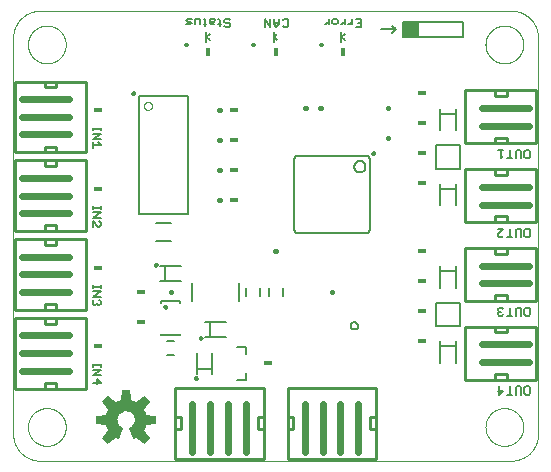
<source format=gto>
G75*
%MOIN*%
%OFA0B0*%
%FSLAX25Y25*%
%IPPOS*%
%LPD*%
%AMOC8*
5,1,8,0,0,1.08239X$1,22.5*
%
%ADD10C,0.00000*%
%ADD11C,0.00500*%
%ADD12C,0.01000*%
%ADD13R,0.02800X0.01600*%
%ADD14C,0.00600*%
%ADD15C,0.01600*%
%ADD16C,0.00800*%
%ADD17R,0.01600X0.02800*%
%ADD18C,0.01200*%
%ADD19C,0.02400*%
%ADD20C,0.00400*%
%ADD21C,0.00300*%
D10*
X0079000Y0097500D02*
X0236000Y0097500D01*
X0236217Y0097503D01*
X0236435Y0097511D01*
X0236652Y0097524D01*
X0236869Y0097542D01*
X0237085Y0097566D01*
X0237300Y0097594D01*
X0237515Y0097628D01*
X0237729Y0097668D01*
X0237942Y0097712D01*
X0238154Y0097762D01*
X0238364Y0097816D01*
X0238574Y0097876D01*
X0238781Y0097940D01*
X0238987Y0098010D01*
X0239191Y0098085D01*
X0239394Y0098164D01*
X0239594Y0098249D01*
X0239793Y0098338D01*
X0239989Y0098432D01*
X0240183Y0098531D01*
X0240374Y0098634D01*
X0240563Y0098742D01*
X0240749Y0098855D01*
X0240932Y0098972D01*
X0241113Y0099093D01*
X0241290Y0099219D01*
X0241464Y0099349D01*
X0241636Y0099483D01*
X0241804Y0099621D01*
X0241968Y0099763D01*
X0242129Y0099910D01*
X0242287Y0100060D01*
X0242440Y0100213D01*
X0242590Y0100371D01*
X0242737Y0100532D01*
X0242879Y0100696D01*
X0243017Y0100864D01*
X0243151Y0101036D01*
X0243281Y0101210D01*
X0243407Y0101387D01*
X0243528Y0101568D01*
X0243645Y0101751D01*
X0243758Y0101937D01*
X0243866Y0102126D01*
X0243969Y0102317D01*
X0244068Y0102511D01*
X0244162Y0102707D01*
X0244251Y0102906D01*
X0244336Y0103106D01*
X0244415Y0103309D01*
X0244490Y0103513D01*
X0244560Y0103719D01*
X0244624Y0103926D01*
X0244684Y0104136D01*
X0244738Y0104346D01*
X0244788Y0104558D01*
X0244832Y0104771D01*
X0244872Y0104985D01*
X0244906Y0105200D01*
X0244934Y0105415D01*
X0244958Y0105631D01*
X0244976Y0105848D01*
X0244989Y0106065D01*
X0244997Y0106283D01*
X0245000Y0106500D01*
X0245000Y0238500D01*
X0244997Y0238717D01*
X0244989Y0238935D01*
X0244976Y0239152D01*
X0244958Y0239369D01*
X0244934Y0239585D01*
X0244906Y0239800D01*
X0244872Y0240015D01*
X0244832Y0240229D01*
X0244788Y0240442D01*
X0244738Y0240654D01*
X0244684Y0240864D01*
X0244624Y0241074D01*
X0244560Y0241281D01*
X0244490Y0241487D01*
X0244415Y0241691D01*
X0244336Y0241894D01*
X0244251Y0242094D01*
X0244162Y0242293D01*
X0244068Y0242489D01*
X0243969Y0242683D01*
X0243866Y0242874D01*
X0243758Y0243063D01*
X0243645Y0243249D01*
X0243528Y0243432D01*
X0243407Y0243613D01*
X0243281Y0243790D01*
X0243151Y0243964D01*
X0243017Y0244136D01*
X0242879Y0244304D01*
X0242737Y0244468D01*
X0242590Y0244629D01*
X0242440Y0244787D01*
X0242287Y0244940D01*
X0242129Y0245090D01*
X0241968Y0245237D01*
X0241804Y0245379D01*
X0241636Y0245517D01*
X0241464Y0245651D01*
X0241290Y0245781D01*
X0241113Y0245907D01*
X0240932Y0246028D01*
X0240749Y0246145D01*
X0240563Y0246258D01*
X0240374Y0246366D01*
X0240183Y0246469D01*
X0239989Y0246568D01*
X0239793Y0246662D01*
X0239594Y0246751D01*
X0239394Y0246836D01*
X0239191Y0246915D01*
X0238987Y0246990D01*
X0238781Y0247060D01*
X0238574Y0247124D01*
X0238364Y0247184D01*
X0238154Y0247238D01*
X0237942Y0247288D01*
X0237729Y0247332D01*
X0237515Y0247372D01*
X0237300Y0247406D01*
X0237085Y0247434D01*
X0236869Y0247458D01*
X0236652Y0247476D01*
X0236435Y0247489D01*
X0236217Y0247497D01*
X0236000Y0247500D01*
X0079000Y0247500D01*
X0078783Y0247497D01*
X0078565Y0247489D01*
X0078348Y0247476D01*
X0078131Y0247458D01*
X0077915Y0247434D01*
X0077700Y0247406D01*
X0077485Y0247372D01*
X0077271Y0247332D01*
X0077058Y0247288D01*
X0076846Y0247238D01*
X0076636Y0247184D01*
X0076426Y0247124D01*
X0076219Y0247060D01*
X0076013Y0246990D01*
X0075809Y0246915D01*
X0075606Y0246836D01*
X0075406Y0246751D01*
X0075207Y0246662D01*
X0075011Y0246568D01*
X0074817Y0246469D01*
X0074626Y0246366D01*
X0074437Y0246258D01*
X0074251Y0246145D01*
X0074068Y0246028D01*
X0073887Y0245907D01*
X0073710Y0245781D01*
X0073536Y0245651D01*
X0073364Y0245517D01*
X0073196Y0245379D01*
X0073032Y0245237D01*
X0072871Y0245090D01*
X0072713Y0244940D01*
X0072560Y0244787D01*
X0072410Y0244629D01*
X0072263Y0244468D01*
X0072121Y0244304D01*
X0071983Y0244136D01*
X0071849Y0243964D01*
X0071719Y0243790D01*
X0071593Y0243613D01*
X0071472Y0243432D01*
X0071355Y0243249D01*
X0071242Y0243063D01*
X0071134Y0242874D01*
X0071031Y0242683D01*
X0070932Y0242489D01*
X0070838Y0242293D01*
X0070749Y0242094D01*
X0070664Y0241894D01*
X0070585Y0241691D01*
X0070510Y0241487D01*
X0070440Y0241281D01*
X0070376Y0241074D01*
X0070316Y0240864D01*
X0070262Y0240654D01*
X0070212Y0240442D01*
X0070168Y0240229D01*
X0070128Y0240015D01*
X0070094Y0239800D01*
X0070066Y0239585D01*
X0070042Y0239369D01*
X0070024Y0239152D01*
X0070011Y0238935D01*
X0070003Y0238717D01*
X0070000Y0238500D01*
X0070000Y0106500D01*
X0070003Y0106283D01*
X0070011Y0106065D01*
X0070024Y0105848D01*
X0070042Y0105631D01*
X0070066Y0105415D01*
X0070094Y0105200D01*
X0070128Y0104985D01*
X0070168Y0104771D01*
X0070212Y0104558D01*
X0070262Y0104346D01*
X0070316Y0104136D01*
X0070376Y0103926D01*
X0070440Y0103719D01*
X0070510Y0103513D01*
X0070585Y0103309D01*
X0070664Y0103106D01*
X0070749Y0102906D01*
X0070838Y0102707D01*
X0070932Y0102511D01*
X0071031Y0102317D01*
X0071134Y0102126D01*
X0071242Y0101937D01*
X0071355Y0101751D01*
X0071472Y0101568D01*
X0071593Y0101387D01*
X0071719Y0101210D01*
X0071849Y0101036D01*
X0071983Y0100864D01*
X0072121Y0100696D01*
X0072263Y0100532D01*
X0072410Y0100371D01*
X0072560Y0100213D01*
X0072713Y0100060D01*
X0072871Y0099910D01*
X0073032Y0099763D01*
X0073196Y0099621D01*
X0073364Y0099483D01*
X0073536Y0099349D01*
X0073710Y0099219D01*
X0073887Y0099093D01*
X0074068Y0098972D01*
X0074251Y0098855D01*
X0074437Y0098742D01*
X0074626Y0098634D01*
X0074817Y0098531D01*
X0075011Y0098432D01*
X0075207Y0098338D01*
X0075406Y0098249D01*
X0075606Y0098164D01*
X0075809Y0098085D01*
X0076013Y0098010D01*
X0076219Y0097940D01*
X0076426Y0097876D01*
X0076636Y0097816D01*
X0076846Y0097762D01*
X0077058Y0097712D01*
X0077271Y0097668D01*
X0077485Y0097628D01*
X0077700Y0097594D01*
X0077915Y0097566D01*
X0078131Y0097542D01*
X0078348Y0097524D01*
X0078565Y0097511D01*
X0078783Y0097503D01*
X0079000Y0097500D01*
X0074951Y0108750D02*
X0074953Y0108908D01*
X0074959Y0109066D01*
X0074969Y0109224D01*
X0074983Y0109382D01*
X0075001Y0109539D01*
X0075022Y0109696D01*
X0075048Y0109852D01*
X0075078Y0110008D01*
X0075111Y0110163D01*
X0075149Y0110316D01*
X0075190Y0110469D01*
X0075235Y0110621D01*
X0075284Y0110772D01*
X0075337Y0110921D01*
X0075393Y0111069D01*
X0075453Y0111215D01*
X0075517Y0111360D01*
X0075585Y0111503D01*
X0075656Y0111645D01*
X0075730Y0111785D01*
X0075808Y0111922D01*
X0075890Y0112058D01*
X0075974Y0112192D01*
X0076063Y0112323D01*
X0076154Y0112452D01*
X0076249Y0112579D01*
X0076346Y0112704D01*
X0076447Y0112826D01*
X0076551Y0112945D01*
X0076658Y0113062D01*
X0076768Y0113176D01*
X0076881Y0113287D01*
X0076996Y0113396D01*
X0077114Y0113501D01*
X0077235Y0113603D01*
X0077358Y0113703D01*
X0077484Y0113799D01*
X0077612Y0113892D01*
X0077742Y0113982D01*
X0077875Y0114068D01*
X0078010Y0114152D01*
X0078146Y0114231D01*
X0078285Y0114308D01*
X0078426Y0114380D01*
X0078568Y0114450D01*
X0078712Y0114515D01*
X0078858Y0114577D01*
X0079005Y0114635D01*
X0079154Y0114690D01*
X0079304Y0114741D01*
X0079455Y0114788D01*
X0079607Y0114831D01*
X0079760Y0114870D01*
X0079915Y0114906D01*
X0080070Y0114937D01*
X0080226Y0114965D01*
X0080382Y0114989D01*
X0080539Y0115009D01*
X0080697Y0115025D01*
X0080854Y0115037D01*
X0081013Y0115045D01*
X0081171Y0115049D01*
X0081329Y0115049D01*
X0081487Y0115045D01*
X0081646Y0115037D01*
X0081803Y0115025D01*
X0081961Y0115009D01*
X0082118Y0114989D01*
X0082274Y0114965D01*
X0082430Y0114937D01*
X0082585Y0114906D01*
X0082740Y0114870D01*
X0082893Y0114831D01*
X0083045Y0114788D01*
X0083196Y0114741D01*
X0083346Y0114690D01*
X0083495Y0114635D01*
X0083642Y0114577D01*
X0083788Y0114515D01*
X0083932Y0114450D01*
X0084074Y0114380D01*
X0084215Y0114308D01*
X0084354Y0114231D01*
X0084490Y0114152D01*
X0084625Y0114068D01*
X0084758Y0113982D01*
X0084888Y0113892D01*
X0085016Y0113799D01*
X0085142Y0113703D01*
X0085265Y0113603D01*
X0085386Y0113501D01*
X0085504Y0113396D01*
X0085619Y0113287D01*
X0085732Y0113176D01*
X0085842Y0113062D01*
X0085949Y0112945D01*
X0086053Y0112826D01*
X0086154Y0112704D01*
X0086251Y0112579D01*
X0086346Y0112452D01*
X0086437Y0112323D01*
X0086526Y0112192D01*
X0086610Y0112058D01*
X0086692Y0111922D01*
X0086770Y0111785D01*
X0086844Y0111645D01*
X0086915Y0111503D01*
X0086983Y0111360D01*
X0087047Y0111215D01*
X0087107Y0111069D01*
X0087163Y0110921D01*
X0087216Y0110772D01*
X0087265Y0110621D01*
X0087310Y0110469D01*
X0087351Y0110316D01*
X0087389Y0110163D01*
X0087422Y0110008D01*
X0087452Y0109852D01*
X0087478Y0109696D01*
X0087499Y0109539D01*
X0087517Y0109382D01*
X0087531Y0109224D01*
X0087541Y0109066D01*
X0087547Y0108908D01*
X0087549Y0108750D01*
X0087547Y0108592D01*
X0087541Y0108434D01*
X0087531Y0108276D01*
X0087517Y0108118D01*
X0087499Y0107961D01*
X0087478Y0107804D01*
X0087452Y0107648D01*
X0087422Y0107492D01*
X0087389Y0107337D01*
X0087351Y0107184D01*
X0087310Y0107031D01*
X0087265Y0106879D01*
X0087216Y0106728D01*
X0087163Y0106579D01*
X0087107Y0106431D01*
X0087047Y0106285D01*
X0086983Y0106140D01*
X0086915Y0105997D01*
X0086844Y0105855D01*
X0086770Y0105715D01*
X0086692Y0105578D01*
X0086610Y0105442D01*
X0086526Y0105308D01*
X0086437Y0105177D01*
X0086346Y0105048D01*
X0086251Y0104921D01*
X0086154Y0104796D01*
X0086053Y0104674D01*
X0085949Y0104555D01*
X0085842Y0104438D01*
X0085732Y0104324D01*
X0085619Y0104213D01*
X0085504Y0104104D01*
X0085386Y0103999D01*
X0085265Y0103897D01*
X0085142Y0103797D01*
X0085016Y0103701D01*
X0084888Y0103608D01*
X0084758Y0103518D01*
X0084625Y0103432D01*
X0084490Y0103348D01*
X0084354Y0103269D01*
X0084215Y0103192D01*
X0084074Y0103120D01*
X0083932Y0103050D01*
X0083788Y0102985D01*
X0083642Y0102923D01*
X0083495Y0102865D01*
X0083346Y0102810D01*
X0083196Y0102759D01*
X0083045Y0102712D01*
X0082893Y0102669D01*
X0082740Y0102630D01*
X0082585Y0102594D01*
X0082430Y0102563D01*
X0082274Y0102535D01*
X0082118Y0102511D01*
X0081961Y0102491D01*
X0081803Y0102475D01*
X0081646Y0102463D01*
X0081487Y0102455D01*
X0081329Y0102451D01*
X0081171Y0102451D01*
X0081013Y0102455D01*
X0080854Y0102463D01*
X0080697Y0102475D01*
X0080539Y0102491D01*
X0080382Y0102511D01*
X0080226Y0102535D01*
X0080070Y0102563D01*
X0079915Y0102594D01*
X0079760Y0102630D01*
X0079607Y0102669D01*
X0079455Y0102712D01*
X0079304Y0102759D01*
X0079154Y0102810D01*
X0079005Y0102865D01*
X0078858Y0102923D01*
X0078712Y0102985D01*
X0078568Y0103050D01*
X0078426Y0103120D01*
X0078285Y0103192D01*
X0078146Y0103269D01*
X0078010Y0103348D01*
X0077875Y0103432D01*
X0077742Y0103518D01*
X0077612Y0103608D01*
X0077484Y0103701D01*
X0077358Y0103797D01*
X0077235Y0103897D01*
X0077114Y0103999D01*
X0076996Y0104104D01*
X0076881Y0104213D01*
X0076768Y0104324D01*
X0076658Y0104438D01*
X0076551Y0104555D01*
X0076447Y0104674D01*
X0076346Y0104796D01*
X0076249Y0104921D01*
X0076154Y0105048D01*
X0076063Y0105177D01*
X0075974Y0105308D01*
X0075890Y0105442D01*
X0075808Y0105578D01*
X0075730Y0105715D01*
X0075656Y0105855D01*
X0075585Y0105997D01*
X0075517Y0106140D01*
X0075453Y0106285D01*
X0075393Y0106431D01*
X0075337Y0106579D01*
X0075284Y0106728D01*
X0075235Y0106879D01*
X0075190Y0107031D01*
X0075149Y0107184D01*
X0075111Y0107337D01*
X0075078Y0107492D01*
X0075048Y0107648D01*
X0075022Y0107804D01*
X0075001Y0107961D01*
X0074983Y0108118D01*
X0074969Y0108276D01*
X0074959Y0108434D01*
X0074953Y0108592D01*
X0074951Y0108750D01*
X0074951Y0236250D02*
X0074953Y0236408D01*
X0074959Y0236566D01*
X0074969Y0236724D01*
X0074983Y0236882D01*
X0075001Y0237039D01*
X0075022Y0237196D01*
X0075048Y0237352D01*
X0075078Y0237508D01*
X0075111Y0237663D01*
X0075149Y0237816D01*
X0075190Y0237969D01*
X0075235Y0238121D01*
X0075284Y0238272D01*
X0075337Y0238421D01*
X0075393Y0238569D01*
X0075453Y0238715D01*
X0075517Y0238860D01*
X0075585Y0239003D01*
X0075656Y0239145D01*
X0075730Y0239285D01*
X0075808Y0239422D01*
X0075890Y0239558D01*
X0075974Y0239692D01*
X0076063Y0239823D01*
X0076154Y0239952D01*
X0076249Y0240079D01*
X0076346Y0240204D01*
X0076447Y0240326D01*
X0076551Y0240445D01*
X0076658Y0240562D01*
X0076768Y0240676D01*
X0076881Y0240787D01*
X0076996Y0240896D01*
X0077114Y0241001D01*
X0077235Y0241103D01*
X0077358Y0241203D01*
X0077484Y0241299D01*
X0077612Y0241392D01*
X0077742Y0241482D01*
X0077875Y0241568D01*
X0078010Y0241652D01*
X0078146Y0241731D01*
X0078285Y0241808D01*
X0078426Y0241880D01*
X0078568Y0241950D01*
X0078712Y0242015D01*
X0078858Y0242077D01*
X0079005Y0242135D01*
X0079154Y0242190D01*
X0079304Y0242241D01*
X0079455Y0242288D01*
X0079607Y0242331D01*
X0079760Y0242370D01*
X0079915Y0242406D01*
X0080070Y0242437D01*
X0080226Y0242465D01*
X0080382Y0242489D01*
X0080539Y0242509D01*
X0080697Y0242525D01*
X0080854Y0242537D01*
X0081013Y0242545D01*
X0081171Y0242549D01*
X0081329Y0242549D01*
X0081487Y0242545D01*
X0081646Y0242537D01*
X0081803Y0242525D01*
X0081961Y0242509D01*
X0082118Y0242489D01*
X0082274Y0242465D01*
X0082430Y0242437D01*
X0082585Y0242406D01*
X0082740Y0242370D01*
X0082893Y0242331D01*
X0083045Y0242288D01*
X0083196Y0242241D01*
X0083346Y0242190D01*
X0083495Y0242135D01*
X0083642Y0242077D01*
X0083788Y0242015D01*
X0083932Y0241950D01*
X0084074Y0241880D01*
X0084215Y0241808D01*
X0084354Y0241731D01*
X0084490Y0241652D01*
X0084625Y0241568D01*
X0084758Y0241482D01*
X0084888Y0241392D01*
X0085016Y0241299D01*
X0085142Y0241203D01*
X0085265Y0241103D01*
X0085386Y0241001D01*
X0085504Y0240896D01*
X0085619Y0240787D01*
X0085732Y0240676D01*
X0085842Y0240562D01*
X0085949Y0240445D01*
X0086053Y0240326D01*
X0086154Y0240204D01*
X0086251Y0240079D01*
X0086346Y0239952D01*
X0086437Y0239823D01*
X0086526Y0239692D01*
X0086610Y0239558D01*
X0086692Y0239422D01*
X0086770Y0239285D01*
X0086844Y0239145D01*
X0086915Y0239003D01*
X0086983Y0238860D01*
X0087047Y0238715D01*
X0087107Y0238569D01*
X0087163Y0238421D01*
X0087216Y0238272D01*
X0087265Y0238121D01*
X0087310Y0237969D01*
X0087351Y0237816D01*
X0087389Y0237663D01*
X0087422Y0237508D01*
X0087452Y0237352D01*
X0087478Y0237196D01*
X0087499Y0237039D01*
X0087517Y0236882D01*
X0087531Y0236724D01*
X0087541Y0236566D01*
X0087547Y0236408D01*
X0087549Y0236250D01*
X0087547Y0236092D01*
X0087541Y0235934D01*
X0087531Y0235776D01*
X0087517Y0235618D01*
X0087499Y0235461D01*
X0087478Y0235304D01*
X0087452Y0235148D01*
X0087422Y0234992D01*
X0087389Y0234837D01*
X0087351Y0234684D01*
X0087310Y0234531D01*
X0087265Y0234379D01*
X0087216Y0234228D01*
X0087163Y0234079D01*
X0087107Y0233931D01*
X0087047Y0233785D01*
X0086983Y0233640D01*
X0086915Y0233497D01*
X0086844Y0233355D01*
X0086770Y0233215D01*
X0086692Y0233078D01*
X0086610Y0232942D01*
X0086526Y0232808D01*
X0086437Y0232677D01*
X0086346Y0232548D01*
X0086251Y0232421D01*
X0086154Y0232296D01*
X0086053Y0232174D01*
X0085949Y0232055D01*
X0085842Y0231938D01*
X0085732Y0231824D01*
X0085619Y0231713D01*
X0085504Y0231604D01*
X0085386Y0231499D01*
X0085265Y0231397D01*
X0085142Y0231297D01*
X0085016Y0231201D01*
X0084888Y0231108D01*
X0084758Y0231018D01*
X0084625Y0230932D01*
X0084490Y0230848D01*
X0084354Y0230769D01*
X0084215Y0230692D01*
X0084074Y0230620D01*
X0083932Y0230550D01*
X0083788Y0230485D01*
X0083642Y0230423D01*
X0083495Y0230365D01*
X0083346Y0230310D01*
X0083196Y0230259D01*
X0083045Y0230212D01*
X0082893Y0230169D01*
X0082740Y0230130D01*
X0082585Y0230094D01*
X0082430Y0230063D01*
X0082274Y0230035D01*
X0082118Y0230011D01*
X0081961Y0229991D01*
X0081803Y0229975D01*
X0081646Y0229963D01*
X0081487Y0229955D01*
X0081329Y0229951D01*
X0081171Y0229951D01*
X0081013Y0229955D01*
X0080854Y0229963D01*
X0080697Y0229975D01*
X0080539Y0229991D01*
X0080382Y0230011D01*
X0080226Y0230035D01*
X0080070Y0230063D01*
X0079915Y0230094D01*
X0079760Y0230130D01*
X0079607Y0230169D01*
X0079455Y0230212D01*
X0079304Y0230259D01*
X0079154Y0230310D01*
X0079005Y0230365D01*
X0078858Y0230423D01*
X0078712Y0230485D01*
X0078568Y0230550D01*
X0078426Y0230620D01*
X0078285Y0230692D01*
X0078146Y0230769D01*
X0078010Y0230848D01*
X0077875Y0230932D01*
X0077742Y0231018D01*
X0077612Y0231108D01*
X0077484Y0231201D01*
X0077358Y0231297D01*
X0077235Y0231397D01*
X0077114Y0231499D01*
X0076996Y0231604D01*
X0076881Y0231713D01*
X0076768Y0231824D01*
X0076658Y0231938D01*
X0076551Y0232055D01*
X0076447Y0232174D01*
X0076346Y0232296D01*
X0076249Y0232421D01*
X0076154Y0232548D01*
X0076063Y0232677D01*
X0075974Y0232808D01*
X0075890Y0232942D01*
X0075808Y0233078D01*
X0075730Y0233215D01*
X0075656Y0233355D01*
X0075585Y0233497D01*
X0075517Y0233640D01*
X0075453Y0233785D01*
X0075393Y0233931D01*
X0075337Y0234079D01*
X0075284Y0234228D01*
X0075235Y0234379D01*
X0075190Y0234531D01*
X0075149Y0234684D01*
X0075111Y0234837D01*
X0075078Y0234992D01*
X0075048Y0235148D01*
X0075022Y0235304D01*
X0075001Y0235461D01*
X0074983Y0235618D01*
X0074969Y0235776D01*
X0074959Y0235934D01*
X0074953Y0236092D01*
X0074951Y0236250D01*
X0227451Y0236250D02*
X0227453Y0236408D01*
X0227459Y0236566D01*
X0227469Y0236724D01*
X0227483Y0236882D01*
X0227501Y0237039D01*
X0227522Y0237196D01*
X0227548Y0237352D01*
X0227578Y0237508D01*
X0227611Y0237663D01*
X0227649Y0237816D01*
X0227690Y0237969D01*
X0227735Y0238121D01*
X0227784Y0238272D01*
X0227837Y0238421D01*
X0227893Y0238569D01*
X0227953Y0238715D01*
X0228017Y0238860D01*
X0228085Y0239003D01*
X0228156Y0239145D01*
X0228230Y0239285D01*
X0228308Y0239422D01*
X0228390Y0239558D01*
X0228474Y0239692D01*
X0228563Y0239823D01*
X0228654Y0239952D01*
X0228749Y0240079D01*
X0228846Y0240204D01*
X0228947Y0240326D01*
X0229051Y0240445D01*
X0229158Y0240562D01*
X0229268Y0240676D01*
X0229381Y0240787D01*
X0229496Y0240896D01*
X0229614Y0241001D01*
X0229735Y0241103D01*
X0229858Y0241203D01*
X0229984Y0241299D01*
X0230112Y0241392D01*
X0230242Y0241482D01*
X0230375Y0241568D01*
X0230510Y0241652D01*
X0230646Y0241731D01*
X0230785Y0241808D01*
X0230926Y0241880D01*
X0231068Y0241950D01*
X0231212Y0242015D01*
X0231358Y0242077D01*
X0231505Y0242135D01*
X0231654Y0242190D01*
X0231804Y0242241D01*
X0231955Y0242288D01*
X0232107Y0242331D01*
X0232260Y0242370D01*
X0232415Y0242406D01*
X0232570Y0242437D01*
X0232726Y0242465D01*
X0232882Y0242489D01*
X0233039Y0242509D01*
X0233197Y0242525D01*
X0233354Y0242537D01*
X0233513Y0242545D01*
X0233671Y0242549D01*
X0233829Y0242549D01*
X0233987Y0242545D01*
X0234146Y0242537D01*
X0234303Y0242525D01*
X0234461Y0242509D01*
X0234618Y0242489D01*
X0234774Y0242465D01*
X0234930Y0242437D01*
X0235085Y0242406D01*
X0235240Y0242370D01*
X0235393Y0242331D01*
X0235545Y0242288D01*
X0235696Y0242241D01*
X0235846Y0242190D01*
X0235995Y0242135D01*
X0236142Y0242077D01*
X0236288Y0242015D01*
X0236432Y0241950D01*
X0236574Y0241880D01*
X0236715Y0241808D01*
X0236854Y0241731D01*
X0236990Y0241652D01*
X0237125Y0241568D01*
X0237258Y0241482D01*
X0237388Y0241392D01*
X0237516Y0241299D01*
X0237642Y0241203D01*
X0237765Y0241103D01*
X0237886Y0241001D01*
X0238004Y0240896D01*
X0238119Y0240787D01*
X0238232Y0240676D01*
X0238342Y0240562D01*
X0238449Y0240445D01*
X0238553Y0240326D01*
X0238654Y0240204D01*
X0238751Y0240079D01*
X0238846Y0239952D01*
X0238937Y0239823D01*
X0239026Y0239692D01*
X0239110Y0239558D01*
X0239192Y0239422D01*
X0239270Y0239285D01*
X0239344Y0239145D01*
X0239415Y0239003D01*
X0239483Y0238860D01*
X0239547Y0238715D01*
X0239607Y0238569D01*
X0239663Y0238421D01*
X0239716Y0238272D01*
X0239765Y0238121D01*
X0239810Y0237969D01*
X0239851Y0237816D01*
X0239889Y0237663D01*
X0239922Y0237508D01*
X0239952Y0237352D01*
X0239978Y0237196D01*
X0239999Y0237039D01*
X0240017Y0236882D01*
X0240031Y0236724D01*
X0240041Y0236566D01*
X0240047Y0236408D01*
X0240049Y0236250D01*
X0240047Y0236092D01*
X0240041Y0235934D01*
X0240031Y0235776D01*
X0240017Y0235618D01*
X0239999Y0235461D01*
X0239978Y0235304D01*
X0239952Y0235148D01*
X0239922Y0234992D01*
X0239889Y0234837D01*
X0239851Y0234684D01*
X0239810Y0234531D01*
X0239765Y0234379D01*
X0239716Y0234228D01*
X0239663Y0234079D01*
X0239607Y0233931D01*
X0239547Y0233785D01*
X0239483Y0233640D01*
X0239415Y0233497D01*
X0239344Y0233355D01*
X0239270Y0233215D01*
X0239192Y0233078D01*
X0239110Y0232942D01*
X0239026Y0232808D01*
X0238937Y0232677D01*
X0238846Y0232548D01*
X0238751Y0232421D01*
X0238654Y0232296D01*
X0238553Y0232174D01*
X0238449Y0232055D01*
X0238342Y0231938D01*
X0238232Y0231824D01*
X0238119Y0231713D01*
X0238004Y0231604D01*
X0237886Y0231499D01*
X0237765Y0231397D01*
X0237642Y0231297D01*
X0237516Y0231201D01*
X0237388Y0231108D01*
X0237258Y0231018D01*
X0237125Y0230932D01*
X0236990Y0230848D01*
X0236854Y0230769D01*
X0236715Y0230692D01*
X0236574Y0230620D01*
X0236432Y0230550D01*
X0236288Y0230485D01*
X0236142Y0230423D01*
X0235995Y0230365D01*
X0235846Y0230310D01*
X0235696Y0230259D01*
X0235545Y0230212D01*
X0235393Y0230169D01*
X0235240Y0230130D01*
X0235085Y0230094D01*
X0234930Y0230063D01*
X0234774Y0230035D01*
X0234618Y0230011D01*
X0234461Y0229991D01*
X0234303Y0229975D01*
X0234146Y0229963D01*
X0233987Y0229955D01*
X0233829Y0229951D01*
X0233671Y0229951D01*
X0233513Y0229955D01*
X0233354Y0229963D01*
X0233197Y0229975D01*
X0233039Y0229991D01*
X0232882Y0230011D01*
X0232726Y0230035D01*
X0232570Y0230063D01*
X0232415Y0230094D01*
X0232260Y0230130D01*
X0232107Y0230169D01*
X0231955Y0230212D01*
X0231804Y0230259D01*
X0231654Y0230310D01*
X0231505Y0230365D01*
X0231358Y0230423D01*
X0231212Y0230485D01*
X0231068Y0230550D01*
X0230926Y0230620D01*
X0230785Y0230692D01*
X0230646Y0230769D01*
X0230510Y0230848D01*
X0230375Y0230932D01*
X0230242Y0231018D01*
X0230112Y0231108D01*
X0229984Y0231201D01*
X0229858Y0231297D01*
X0229735Y0231397D01*
X0229614Y0231499D01*
X0229496Y0231604D01*
X0229381Y0231713D01*
X0229268Y0231824D01*
X0229158Y0231938D01*
X0229051Y0232055D01*
X0228947Y0232174D01*
X0228846Y0232296D01*
X0228749Y0232421D01*
X0228654Y0232548D01*
X0228563Y0232677D01*
X0228474Y0232808D01*
X0228390Y0232942D01*
X0228308Y0233078D01*
X0228230Y0233215D01*
X0228156Y0233355D01*
X0228085Y0233497D01*
X0228017Y0233640D01*
X0227953Y0233785D01*
X0227893Y0233931D01*
X0227837Y0234079D01*
X0227784Y0234228D01*
X0227735Y0234379D01*
X0227690Y0234531D01*
X0227649Y0234684D01*
X0227611Y0234837D01*
X0227578Y0234992D01*
X0227548Y0235148D01*
X0227522Y0235304D01*
X0227501Y0235461D01*
X0227483Y0235618D01*
X0227469Y0235776D01*
X0227459Y0235934D01*
X0227453Y0236092D01*
X0227451Y0236250D01*
X0227451Y0108750D02*
X0227453Y0108908D01*
X0227459Y0109066D01*
X0227469Y0109224D01*
X0227483Y0109382D01*
X0227501Y0109539D01*
X0227522Y0109696D01*
X0227548Y0109852D01*
X0227578Y0110008D01*
X0227611Y0110163D01*
X0227649Y0110316D01*
X0227690Y0110469D01*
X0227735Y0110621D01*
X0227784Y0110772D01*
X0227837Y0110921D01*
X0227893Y0111069D01*
X0227953Y0111215D01*
X0228017Y0111360D01*
X0228085Y0111503D01*
X0228156Y0111645D01*
X0228230Y0111785D01*
X0228308Y0111922D01*
X0228390Y0112058D01*
X0228474Y0112192D01*
X0228563Y0112323D01*
X0228654Y0112452D01*
X0228749Y0112579D01*
X0228846Y0112704D01*
X0228947Y0112826D01*
X0229051Y0112945D01*
X0229158Y0113062D01*
X0229268Y0113176D01*
X0229381Y0113287D01*
X0229496Y0113396D01*
X0229614Y0113501D01*
X0229735Y0113603D01*
X0229858Y0113703D01*
X0229984Y0113799D01*
X0230112Y0113892D01*
X0230242Y0113982D01*
X0230375Y0114068D01*
X0230510Y0114152D01*
X0230646Y0114231D01*
X0230785Y0114308D01*
X0230926Y0114380D01*
X0231068Y0114450D01*
X0231212Y0114515D01*
X0231358Y0114577D01*
X0231505Y0114635D01*
X0231654Y0114690D01*
X0231804Y0114741D01*
X0231955Y0114788D01*
X0232107Y0114831D01*
X0232260Y0114870D01*
X0232415Y0114906D01*
X0232570Y0114937D01*
X0232726Y0114965D01*
X0232882Y0114989D01*
X0233039Y0115009D01*
X0233197Y0115025D01*
X0233354Y0115037D01*
X0233513Y0115045D01*
X0233671Y0115049D01*
X0233829Y0115049D01*
X0233987Y0115045D01*
X0234146Y0115037D01*
X0234303Y0115025D01*
X0234461Y0115009D01*
X0234618Y0114989D01*
X0234774Y0114965D01*
X0234930Y0114937D01*
X0235085Y0114906D01*
X0235240Y0114870D01*
X0235393Y0114831D01*
X0235545Y0114788D01*
X0235696Y0114741D01*
X0235846Y0114690D01*
X0235995Y0114635D01*
X0236142Y0114577D01*
X0236288Y0114515D01*
X0236432Y0114450D01*
X0236574Y0114380D01*
X0236715Y0114308D01*
X0236854Y0114231D01*
X0236990Y0114152D01*
X0237125Y0114068D01*
X0237258Y0113982D01*
X0237388Y0113892D01*
X0237516Y0113799D01*
X0237642Y0113703D01*
X0237765Y0113603D01*
X0237886Y0113501D01*
X0238004Y0113396D01*
X0238119Y0113287D01*
X0238232Y0113176D01*
X0238342Y0113062D01*
X0238449Y0112945D01*
X0238553Y0112826D01*
X0238654Y0112704D01*
X0238751Y0112579D01*
X0238846Y0112452D01*
X0238937Y0112323D01*
X0239026Y0112192D01*
X0239110Y0112058D01*
X0239192Y0111922D01*
X0239270Y0111785D01*
X0239344Y0111645D01*
X0239415Y0111503D01*
X0239483Y0111360D01*
X0239547Y0111215D01*
X0239607Y0111069D01*
X0239663Y0110921D01*
X0239716Y0110772D01*
X0239765Y0110621D01*
X0239810Y0110469D01*
X0239851Y0110316D01*
X0239889Y0110163D01*
X0239922Y0110008D01*
X0239952Y0109852D01*
X0239978Y0109696D01*
X0239999Y0109539D01*
X0240017Y0109382D01*
X0240031Y0109224D01*
X0240041Y0109066D01*
X0240047Y0108908D01*
X0240049Y0108750D01*
X0240047Y0108592D01*
X0240041Y0108434D01*
X0240031Y0108276D01*
X0240017Y0108118D01*
X0239999Y0107961D01*
X0239978Y0107804D01*
X0239952Y0107648D01*
X0239922Y0107492D01*
X0239889Y0107337D01*
X0239851Y0107184D01*
X0239810Y0107031D01*
X0239765Y0106879D01*
X0239716Y0106728D01*
X0239663Y0106579D01*
X0239607Y0106431D01*
X0239547Y0106285D01*
X0239483Y0106140D01*
X0239415Y0105997D01*
X0239344Y0105855D01*
X0239270Y0105715D01*
X0239192Y0105578D01*
X0239110Y0105442D01*
X0239026Y0105308D01*
X0238937Y0105177D01*
X0238846Y0105048D01*
X0238751Y0104921D01*
X0238654Y0104796D01*
X0238553Y0104674D01*
X0238449Y0104555D01*
X0238342Y0104438D01*
X0238232Y0104324D01*
X0238119Y0104213D01*
X0238004Y0104104D01*
X0237886Y0103999D01*
X0237765Y0103897D01*
X0237642Y0103797D01*
X0237516Y0103701D01*
X0237388Y0103608D01*
X0237258Y0103518D01*
X0237125Y0103432D01*
X0236990Y0103348D01*
X0236854Y0103269D01*
X0236715Y0103192D01*
X0236574Y0103120D01*
X0236432Y0103050D01*
X0236288Y0102985D01*
X0236142Y0102923D01*
X0235995Y0102865D01*
X0235846Y0102810D01*
X0235696Y0102759D01*
X0235545Y0102712D01*
X0235393Y0102669D01*
X0235240Y0102630D01*
X0235085Y0102594D01*
X0234930Y0102563D01*
X0234774Y0102535D01*
X0234618Y0102511D01*
X0234461Y0102491D01*
X0234303Y0102475D01*
X0234146Y0102463D01*
X0233987Y0102455D01*
X0233829Y0102451D01*
X0233671Y0102451D01*
X0233513Y0102455D01*
X0233354Y0102463D01*
X0233197Y0102475D01*
X0233039Y0102491D01*
X0232882Y0102511D01*
X0232726Y0102535D01*
X0232570Y0102563D01*
X0232415Y0102594D01*
X0232260Y0102630D01*
X0232107Y0102669D01*
X0231955Y0102712D01*
X0231804Y0102759D01*
X0231654Y0102810D01*
X0231505Y0102865D01*
X0231358Y0102923D01*
X0231212Y0102985D01*
X0231068Y0103050D01*
X0230926Y0103120D01*
X0230785Y0103192D01*
X0230646Y0103269D01*
X0230510Y0103348D01*
X0230375Y0103432D01*
X0230242Y0103518D01*
X0230112Y0103608D01*
X0229984Y0103701D01*
X0229858Y0103797D01*
X0229735Y0103897D01*
X0229614Y0103999D01*
X0229496Y0104104D01*
X0229381Y0104213D01*
X0229268Y0104324D01*
X0229158Y0104438D01*
X0229051Y0104555D01*
X0228947Y0104674D01*
X0228846Y0104796D01*
X0228749Y0104921D01*
X0228654Y0105048D01*
X0228563Y0105177D01*
X0228474Y0105308D01*
X0228390Y0105442D01*
X0228308Y0105578D01*
X0228230Y0105715D01*
X0228156Y0105855D01*
X0228085Y0105997D01*
X0228017Y0106140D01*
X0227953Y0106285D01*
X0227893Y0106431D01*
X0227837Y0106579D01*
X0227784Y0106728D01*
X0227735Y0106879D01*
X0227690Y0107031D01*
X0227649Y0107184D01*
X0227611Y0107337D01*
X0227578Y0107492D01*
X0227548Y0107648D01*
X0227522Y0107804D01*
X0227501Y0107961D01*
X0227483Y0108118D01*
X0227469Y0108276D01*
X0227459Y0108434D01*
X0227453Y0108592D01*
X0227451Y0108750D01*
D11*
X0232059Y0119548D02*
X0233410Y0120899D01*
X0231609Y0120899D01*
X0232059Y0122250D02*
X0232059Y0119548D01*
X0234555Y0119548D02*
X0236357Y0119548D01*
X0235456Y0119548D02*
X0235456Y0122250D01*
X0237502Y0121800D02*
X0237502Y0119548D01*
X0239303Y0119548D02*
X0239303Y0121800D01*
X0238853Y0122250D01*
X0237952Y0122250D01*
X0237502Y0121800D01*
X0240448Y0121800D02*
X0240448Y0119998D01*
X0240899Y0119548D01*
X0241800Y0119548D01*
X0242250Y0119998D01*
X0242250Y0121800D01*
X0241800Y0122250D01*
X0240899Y0122250D01*
X0240448Y0121800D01*
X0218937Y0142313D02*
X0211063Y0142313D01*
X0211063Y0150187D01*
X0218937Y0150187D01*
X0218937Y0142313D01*
X0231609Y0146248D02*
X0231609Y0146698D01*
X0232059Y0147149D01*
X0231609Y0147599D01*
X0231609Y0148050D01*
X0232059Y0148500D01*
X0232960Y0148500D01*
X0233410Y0148050D01*
X0232510Y0147149D02*
X0232059Y0147149D01*
X0231609Y0146248D02*
X0232059Y0145798D01*
X0232960Y0145798D01*
X0233410Y0146248D01*
X0234555Y0145798D02*
X0236357Y0145798D01*
X0235456Y0145798D02*
X0235456Y0148500D01*
X0237502Y0148050D02*
X0237502Y0145798D01*
X0239303Y0145798D02*
X0239303Y0148050D01*
X0238853Y0148500D01*
X0237952Y0148500D01*
X0237502Y0148050D01*
X0240448Y0148050D02*
X0240448Y0146248D01*
X0240899Y0145798D01*
X0241800Y0145798D01*
X0242250Y0146248D01*
X0242250Y0148050D01*
X0241800Y0148500D01*
X0240899Y0148500D01*
X0240448Y0148050D01*
X0240899Y0172048D02*
X0240448Y0172498D01*
X0240448Y0174300D01*
X0240899Y0174750D01*
X0241800Y0174750D01*
X0242250Y0174300D01*
X0242250Y0172498D01*
X0241800Y0172048D01*
X0240899Y0172048D01*
X0239303Y0172048D02*
X0239303Y0174300D01*
X0238853Y0174750D01*
X0237952Y0174750D01*
X0237502Y0174300D01*
X0237502Y0172048D01*
X0236357Y0172048D02*
X0234555Y0172048D01*
X0235456Y0172048D02*
X0235456Y0174750D01*
X0233410Y0174750D02*
X0231609Y0172948D01*
X0231609Y0172498D01*
X0232059Y0172048D01*
X0232960Y0172048D01*
X0233410Y0172498D01*
X0233410Y0174750D02*
X0231609Y0174750D01*
X0218937Y0194813D02*
X0211063Y0194813D01*
X0211063Y0202687D01*
X0218937Y0202687D01*
X0218937Y0194813D01*
X0232510Y0198298D02*
X0232510Y0201000D01*
X0233410Y0201000D02*
X0231609Y0201000D01*
X0233410Y0199198D02*
X0232510Y0198298D01*
X0234555Y0198298D02*
X0236357Y0198298D01*
X0235456Y0198298D02*
X0235456Y0201000D01*
X0237502Y0200550D02*
X0237502Y0198298D01*
X0239303Y0198298D02*
X0239303Y0200550D01*
X0238853Y0201000D01*
X0237952Y0201000D01*
X0237502Y0200550D01*
X0240448Y0200550D02*
X0240448Y0198748D01*
X0240899Y0198298D01*
X0241800Y0198298D01*
X0242250Y0198748D01*
X0242250Y0200550D01*
X0241800Y0201000D01*
X0240899Y0201000D01*
X0240448Y0200550D01*
X0220000Y0238750D02*
X0200000Y0238750D01*
X0205000Y0238750D01*
X0205000Y0243750D01*
X0200000Y0243750D01*
X0200000Y0238750D01*
X0200000Y0243750D01*
X0220000Y0243750D01*
X0220000Y0238750D01*
X0205000Y0239077D02*
X0200000Y0239077D01*
X0200000Y0239576D02*
X0205000Y0239576D01*
X0205000Y0240074D02*
X0200000Y0240074D01*
X0200000Y0240573D02*
X0205000Y0240573D01*
X0205000Y0241071D02*
X0200000Y0241071D01*
X0200000Y0241570D02*
X0205000Y0241570D01*
X0205000Y0242068D02*
X0200000Y0242068D01*
X0200000Y0242567D02*
X0205000Y0242567D01*
X0205000Y0243065D02*
X0200000Y0243065D01*
X0200000Y0243564D02*
X0205000Y0243564D01*
X0197500Y0241250D02*
X0196250Y0240000D01*
X0197500Y0241250D02*
X0196250Y0242500D01*
X0197500Y0241250D02*
X0192500Y0241250D01*
X0186000Y0242048D02*
X0186000Y0244750D01*
X0184198Y0244750D01*
X0183053Y0244750D02*
X0183053Y0242948D01*
X0182153Y0242948D02*
X0183053Y0243849D01*
X0182153Y0242948D02*
X0181702Y0242948D01*
X0180598Y0242948D02*
X0180598Y0244750D01*
X0180598Y0243849D02*
X0179697Y0242948D01*
X0179247Y0242948D01*
X0178143Y0243399D02*
X0178143Y0244300D01*
X0177692Y0244750D01*
X0176791Y0244750D01*
X0176341Y0244300D01*
X0176341Y0243399D01*
X0176791Y0242948D01*
X0177692Y0242948D01*
X0178143Y0243399D01*
X0175196Y0243849D02*
X0174295Y0242948D01*
X0173845Y0242948D01*
X0175196Y0242948D02*
X0175196Y0244750D01*
X0184198Y0242048D02*
X0186000Y0242048D01*
X0186000Y0243399D02*
X0185099Y0243399D01*
X0161625Y0244300D02*
X0161175Y0244750D01*
X0160274Y0244750D01*
X0159823Y0244300D01*
X0158678Y0244750D02*
X0158678Y0242948D01*
X0157778Y0242048D01*
X0156877Y0242948D01*
X0156877Y0244750D01*
X0155732Y0244750D02*
X0155732Y0242048D01*
X0153930Y0244750D01*
X0153930Y0242048D01*
X0156877Y0243399D02*
X0158678Y0243399D01*
X0159823Y0242498D02*
X0160274Y0242048D01*
X0161175Y0242048D01*
X0161625Y0242498D01*
X0161625Y0244300D01*
X0142250Y0244300D02*
X0141800Y0244750D01*
X0140899Y0244750D01*
X0140448Y0244300D01*
X0140448Y0243849D01*
X0140899Y0243399D01*
X0141800Y0243399D01*
X0142250Y0242948D01*
X0142250Y0242498D01*
X0141800Y0242048D01*
X0140899Y0242048D01*
X0140448Y0242498D01*
X0139303Y0242948D02*
X0138403Y0242948D01*
X0138853Y0242498D02*
X0138853Y0244300D01*
X0138403Y0244750D01*
X0137339Y0244300D02*
X0136889Y0243849D01*
X0135538Y0243849D01*
X0135538Y0243399D02*
X0135538Y0244750D01*
X0136889Y0244750D01*
X0137339Y0244300D01*
X0136889Y0242948D02*
X0135988Y0242948D01*
X0135538Y0243399D01*
X0134393Y0242948D02*
X0133492Y0242948D01*
X0133942Y0242498D02*
X0133942Y0244300D01*
X0133492Y0244750D01*
X0132428Y0244300D02*
X0131978Y0244750D01*
X0130627Y0244750D01*
X0130627Y0242948D01*
X0129482Y0243399D02*
X0129031Y0242948D01*
X0127680Y0242948D01*
X0128131Y0243849D02*
X0129031Y0243849D01*
X0129482Y0243399D01*
X0129482Y0244750D02*
X0128131Y0244750D01*
X0127680Y0244300D01*
X0128131Y0243849D01*
X0132428Y0244300D02*
X0132428Y0242948D01*
X0099202Y0208500D02*
X0099202Y0207599D01*
X0099202Y0208050D02*
X0096500Y0208050D01*
X0096500Y0208500D02*
X0096500Y0207599D01*
X0096500Y0206536D02*
X0099202Y0206536D01*
X0096500Y0204734D01*
X0099202Y0204734D01*
X0098302Y0203589D02*
X0099202Y0202688D01*
X0096500Y0202688D01*
X0096500Y0201788D02*
X0096500Y0203589D01*
X0096500Y0182250D02*
X0096500Y0181349D01*
X0096500Y0181800D02*
X0099202Y0181800D01*
X0099202Y0182250D02*
X0099202Y0181349D01*
X0099202Y0180286D02*
X0096500Y0178484D01*
X0099202Y0178484D01*
X0098752Y0177339D02*
X0099202Y0176889D01*
X0099202Y0175988D01*
X0098752Y0175538D01*
X0098302Y0175538D01*
X0096500Y0177339D01*
X0096500Y0175538D01*
X0096500Y0180286D02*
X0099202Y0180286D01*
X0099202Y0156000D02*
X0099202Y0155099D01*
X0099202Y0155550D02*
X0096500Y0155550D01*
X0096500Y0156000D02*
X0096500Y0155099D01*
X0096500Y0154036D02*
X0099202Y0154036D01*
X0096500Y0152234D01*
X0099202Y0152234D01*
X0098752Y0151089D02*
X0099202Y0150639D01*
X0099202Y0149738D01*
X0098752Y0149288D01*
X0098302Y0149288D01*
X0097851Y0149738D01*
X0097401Y0149288D01*
X0096950Y0149288D01*
X0096500Y0149738D01*
X0096500Y0150639D01*
X0096950Y0151089D01*
X0097851Y0150188D02*
X0097851Y0149738D01*
X0096500Y0129750D02*
X0096500Y0128849D01*
X0096500Y0129300D02*
X0099202Y0129300D01*
X0099202Y0129750D02*
X0099202Y0128849D01*
X0099202Y0127786D02*
X0096500Y0125984D01*
X0099202Y0125984D01*
X0097851Y0124839D02*
X0097851Y0123038D01*
X0096500Y0123488D02*
X0099202Y0123488D01*
X0097851Y0124839D01*
X0096500Y0127786D02*
X0099202Y0127786D01*
X0182500Y0142500D02*
X0182502Y0142570D01*
X0182508Y0142640D01*
X0182518Y0142709D01*
X0182531Y0142778D01*
X0182549Y0142846D01*
X0182570Y0142913D01*
X0182595Y0142978D01*
X0182624Y0143042D01*
X0182656Y0143105D01*
X0182692Y0143165D01*
X0182731Y0143223D01*
X0182773Y0143279D01*
X0182818Y0143333D01*
X0182866Y0143384D01*
X0182917Y0143432D01*
X0182971Y0143477D01*
X0183027Y0143519D01*
X0183085Y0143558D01*
X0183145Y0143594D01*
X0183208Y0143626D01*
X0183272Y0143655D01*
X0183337Y0143680D01*
X0183404Y0143701D01*
X0183472Y0143719D01*
X0183541Y0143732D01*
X0183610Y0143742D01*
X0183680Y0143748D01*
X0183750Y0143750D01*
X0183820Y0143748D01*
X0183890Y0143742D01*
X0183959Y0143732D01*
X0184028Y0143719D01*
X0184096Y0143701D01*
X0184163Y0143680D01*
X0184228Y0143655D01*
X0184292Y0143626D01*
X0184355Y0143594D01*
X0184415Y0143558D01*
X0184473Y0143519D01*
X0184529Y0143477D01*
X0184583Y0143432D01*
X0184634Y0143384D01*
X0184682Y0143333D01*
X0184727Y0143279D01*
X0184769Y0143223D01*
X0184808Y0143165D01*
X0184844Y0143105D01*
X0184876Y0143042D01*
X0184905Y0142978D01*
X0184930Y0142913D01*
X0184951Y0142846D01*
X0184969Y0142778D01*
X0184982Y0142709D01*
X0184992Y0142640D01*
X0184998Y0142570D01*
X0185000Y0142500D01*
X0184998Y0142430D01*
X0184992Y0142360D01*
X0184982Y0142291D01*
X0184969Y0142222D01*
X0184951Y0142154D01*
X0184930Y0142087D01*
X0184905Y0142022D01*
X0184876Y0141958D01*
X0184844Y0141895D01*
X0184808Y0141835D01*
X0184769Y0141777D01*
X0184727Y0141721D01*
X0184682Y0141667D01*
X0184634Y0141616D01*
X0184583Y0141568D01*
X0184529Y0141523D01*
X0184473Y0141481D01*
X0184415Y0141442D01*
X0184355Y0141406D01*
X0184292Y0141374D01*
X0184228Y0141345D01*
X0184163Y0141320D01*
X0184096Y0141299D01*
X0184028Y0141281D01*
X0183959Y0141268D01*
X0183890Y0141258D01*
X0183820Y0141252D01*
X0183750Y0141250D01*
X0183680Y0141252D01*
X0183610Y0141258D01*
X0183541Y0141268D01*
X0183472Y0141281D01*
X0183404Y0141299D01*
X0183337Y0141320D01*
X0183272Y0141345D01*
X0183208Y0141374D01*
X0183145Y0141406D01*
X0183085Y0141442D01*
X0183027Y0141481D01*
X0182971Y0141523D01*
X0182917Y0141568D01*
X0182866Y0141616D01*
X0182818Y0141667D01*
X0182773Y0141721D01*
X0182731Y0141777D01*
X0182692Y0141835D01*
X0182656Y0141895D01*
X0182624Y0141958D01*
X0182595Y0142022D01*
X0182570Y0142087D01*
X0182549Y0142154D01*
X0182531Y0142222D01*
X0182518Y0142291D01*
X0182508Y0142360D01*
X0182502Y0142430D01*
X0182500Y0142500D01*
D12*
X0190984Y0121762D02*
X0161457Y0121762D01*
X0161457Y0098140D01*
X0190984Y0098140D01*
X0190984Y0121762D01*
X0190984Y0111919D02*
X0189016Y0111919D01*
X0189016Y0107982D01*
X0190984Y0107982D01*
X0163425Y0107982D02*
X0163425Y0111919D01*
X0161457Y0111919D01*
X0161457Y0107982D02*
X0163425Y0107982D01*
X0153484Y0107982D02*
X0151516Y0107982D01*
X0151516Y0111919D01*
X0153484Y0111919D01*
X0153484Y0121762D02*
X0123957Y0121762D01*
X0123957Y0098140D01*
X0153484Y0098140D01*
X0153484Y0121762D01*
X0132187Y0138438D02*
X0132189Y0138473D01*
X0132195Y0138508D01*
X0132205Y0138541D01*
X0132218Y0138574D01*
X0132235Y0138605D01*
X0132255Y0138633D01*
X0132279Y0138659D01*
X0132305Y0138683D01*
X0132333Y0138703D01*
X0132364Y0138720D01*
X0132397Y0138733D01*
X0132430Y0138743D01*
X0132465Y0138749D01*
X0132500Y0138751D01*
X0132535Y0138749D01*
X0132570Y0138743D01*
X0132603Y0138733D01*
X0132636Y0138720D01*
X0132667Y0138703D01*
X0132695Y0138683D01*
X0132721Y0138659D01*
X0132745Y0138633D01*
X0132765Y0138605D01*
X0132782Y0138574D01*
X0132795Y0138541D01*
X0132805Y0138508D01*
X0132811Y0138473D01*
X0132813Y0138438D01*
X0132811Y0138403D01*
X0132805Y0138368D01*
X0132795Y0138335D01*
X0132782Y0138302D01*
X0132765Y0138271D01*
X0132745Y0138243D01*
X0132721Y0138217D01*
X0132695Y0138193D01*
X0132667Y0138173D01*
X0132636Y0138156D01*
X0132603Y0138143D01*
X0132570Y0138133D01*
X0132535Y0138127D01*
X0132500Y0138125D01*
X0132465Y0138127D01*
X0132430Y0138133D01*
X0132397Y0138143D01*
X0132364Y0138156D01*
X0132333Y0138173D01*
X0132305Y0138193D01*
X0132279Y0138217D01*
X0132255Y0138243D01*
X0132235Y0138271D01*
X0132218Y0138302D01*
X0132205Y0138335D01*
X0132195Y0138368D01*
X0132189Y0138403D01*
X0132187Y0138438D01*
X0130624Y0125000D02*
X0130626Y0125035D01*
X0130632Y0125070D01*
X0130642Y0125103D01*
X0130655Y0125136D01*
X0130672Y0125167D01*
X0130692Y0125195D01*
X0130716Y0125221D01*
X0130742Y0125245D01*
X0130770Y0125265D01*
X0130801Y0125282D01*
X0130834Y0125295D01*
X0130867Y0125305D01*
X0130902Y0125311D01*
X0130937Y0125313D01*
X0130972Y0125311D01*
X0131007Y0125305D01*
X0131040Y0125295D01*
X0131073Y0125282D01*
X0131104Y0125265D01*
X0131132Y0125245D01*
X0131158Y0125221D01*
X0131182Y0125195D01*
X0131202Y0125167D01*
X0131219Y0125136D01*
X0131232Y0125103D01*
X0131242Y0125070D01*
X0131248Y0125035D01*
X0131250Y0125000D01*
X0131248Y0124965D01*
X0131242Y0124930D01*
X0131232Y0124897D01*
X0131219Y0124864D01*
X0131202Y0124833D01*
X0131182Y0124805D01*
X0131158Y0124779D01*
X0131132Y0124755D01*
X0131104Y0124735D01*
X0131073Y0124718D01*
X0131040Y0124705D01*
X0131007Y0124695D01*
X0130972Y0124689D01*
X0130937Y0124687D01*
X0130902Y0124689D01*
X0130867Y0124695D01*
X0130834Y0124705D01*
X0130801Y0124718D01*
X0130770Y0124735D01*
X0130742Y0124755D01*
X0130716Y0124779D01*
X0130692Y0124805D01*
X0130672Y0124833D01*
X0130655Y0124864D01*
X0130642Y0124897D01*
X0130632Y0124930D01*
X0130626Y0124965D01*
X0130624Y0125000D01*
X0125925Y0111919D02*
X0123957Y0111919D01*
X0125925Y0111919D02*
X0125925Y0107982D01*
X0123957Y0107982D01*
X0094262Y0121516D02*
X0094262Y0145138D01*
X0070640Y0145138D01*
X0070640Y0121516D01*
X0094262Y0121516D01*
X0084419Y0121516D02*
X0084419Y0123484D01*
X0080482Y0123484D01*
X0080482Y0121516D01*
X0080482Y0143169D02*
X0084419Y0143169D01*
X0084419Y0145138D01*
X0084419Y0147766D02*
X0084419Y0149734D01*
X0080482Y0149734D01*
X0080482Y0147766D01*
X0080482Y0145138D02*
X0080482Y0143169D01*
X0070640Y0147766D02*
X0094262Y0147766D01*
X0094262Y0171388D01*
X0070640Y0171388D01*
X0070640Y0147766D01*
X0080482Y0169419D02*
X0084419Y0169419D01*
X0084419Y0171388D01*
X0084419Y0174016D02*
X0084419Y0175984D01*
X0080482Y0175984D01*
X0080482Y0174016D01*
X0080482Y0171388D02*
X0080482Y0169419D01*
X0070640Y0174016D02*
X0094262Y0174016D01*
X0094262Y0197638D01*
X0070640Y0197638D01*
X0070640Y0174016D01*
X0080482Y0195669D02*
X0084419Y0195669D01*
X0084419Y0197638D01*
X0084419Y0200266D02*
X0084419Y0202234D01*
X0080482Y0202234D01*
X0080482Y0200266D01*
X0080482Y0197638D02*
X0080482Y0195669D01*
X0070640Y0200266D02*
X0094262Y0200266D01*
X0094262Y0223888D01*
X0070640Y0223888D01*
X0070640Y0200266D01*
X0080482Y0221919D02*
X0084419Y0221919D01*
X0084419Y0223888D01*
X0080482Y0223888D02*
X0080482Y0221919D01*
X0109687Y0220000D02*
X0109689Y0220035D01*
X0109695Y0220070D01*
X0109705Y0220103D01*
X0109718Y0220136D01*
X0109735Y0220167D01*
X0109755Y0220195D01*
X0109779Y0220221D01*
X0109805Y0220245D01*
X0109833Y0220265D01*
X0109864Y0220282D01*
X0109897Y0220295D01*
X0109930Y0220305D01*
X0109965Y0220311D01*
X0110000Y0220313D01*
X0110035Y0220311D01*
X0110070Y0220305D01*
X0110103Y0220295D01*
X0110136Y0220282D01*
X0110167Y0220265D01*
X0110195Y0220245D01*
X0110221Y0220221D01*
X0110245Y0220195D01*
X0110265Y0220167D01*
X0110282Y0220136D01*
X0110295Y0220103D01*
X0110305Y0220070D01*
X0110311Y0220035D01*
X0110313Y0220000D01*
X0110311Y0219965D01*
X0110305Y0219930D01*
X0110295Y0219897D01*
X0110282Y0219864D01*
X0110265Y0219833D01*
X0110245Y0219805D01*
X0110221Y0219779D01*
X0110195Y0219755D01*
X0110167Y0219735D01*
X0110136Y0219718D01*
X0110103Y0219705D01*
X0110070Y0219695D01*
X0110035Y0219689D01*
X0110000Y0219687D01*
X0109965Y0219689D01*
X0109930Y0219695D01*
X0109897Y0219705D01*
X0109864Y0219718D01*
X0109833Y0219735D01*
X0109805Y0219755D01*
X0109779Y0219779D01*
X0109755Y0219805D01*
X0109735Y0219833D01*
X0109718Y0219864D01*
X0109705Y0219897D01*
X0109695Y0219930D01*
X0109689Y0219965D01*
X0109687Y0220000D01*
X0127187Y0236250D02*
X0127189Y0236285D01*
X0127195Y0236320D01*
X0127205Y0236353D01*
X0127218Y0236386D01*
X0127235Y0236417D01*
X0127255Y0236445D01*
X0127279Y0236471D01*
X0127305Y0236495D01*
X0127333Y0236515D01*
X0127364Y0236532D01*
X0127397Y0236545D01*
X0127430Y0236555D01*
X0127465Y0236561D01*
X0127500Y0236563D01*
X0127535Y0236561D01*
X0127570Y0236555D01*
X0127603Y0236545D01*
X0127636Y0236532D01*
X0127667Y0236515D01*
X0127695Y0236495D01*
X0127721Y0236471D01*
X0127745Y0236445D01*
X0127765Y0236417D01*
X0127782Y0236386D01*
X0127795Y0236353D01*
X0127805Y0236320D01*
X0127811Y0236285D01*
X0127813Y0236250D01*
X0127811Y0236215D01*
X0127805Y0236180D01*
X0127795Y0236147D01*
X0127782Y0236114D01*
X0127765Y0236083D01*
X0127745Y0236055D01*
X0127721Y0236029D01*
X0127695Y0236005D01*
X0127667Y0235985D01*
X0127636Y0235968D01*
X0127603Y0235955D01*
X0127570Y0235945D01*
X0127535Y0235939D01*
X0127500Y0235937D01*
X0127465Y0235939D01*
X0127430Y0235945D01*
X0127397Y0235955D01*
X0127364Y0235968D01*
X0127333Y0235985D01*
X0127305Y0236005D01*
X0127279Y0236029D01*
X0127255Y0236055D01*
X0127235Y0236083D01*
X0127218Y0236114D01*
X0127205Y0236147D01*
X0127195Y0236180D01*
X0127189Y0236215D01*
X0127187Y0236250D01*
X0149687Y0236250D02*
X0149689Y0236285D01*
X0149695Y0236320D01*
X0149705Y0236353D01*
X0149718Y0236386D01*
X0149735Y0236417D01*
X0149755Y0236445D01*
X0149779Y0236471D01*
X0149805Y0236495D01*
X0149833Y0236515D01*
X0149864Y0236532D01*
X0149897Y0236545D01*
X0149930Y0236555D01*
X0149965Y0236561D01*
X0150000Y0236563D01*
X0150035Y0236561D01*
X0150070Y0236555D01*
X0150103Y0236545D01*
X0150136Y0236532D01*
X0150167Y0236515D01*
X0150195Y0236495D01*
X0150221Y0236471D01*
X0150245Y0236445D01*
X0150265Y0236417D01*
X0150282Y0236386D01*
X0150295Y0236353D01*
X0150305Y0236320D01*
X0150311Y0236285D01*
X0150313Y0236250D01*
X0150311Y0236215D01*
X0150305Y0236180D01*
X0150295Y0236147D01*
X0150282Y0236114D01*
X0150265Y0236083D01*
X0150245Y0236055D01*
X0150221Y0236029D01*
X0150195Y0236005D01*
X0150167Y0235985D01*
X0150136Y0235968D01*
X0150103Y0235955D01*
X0150070Y0235945D01*
X0150035Y0235939D01*
X0150000Y0235937D01*
X0149965Y0235939D01*
X0149930Y0235945D01*
X0149897Y0235955D01*
X0149864Y0235968D01*
X0149833Y0235985D01*
X0149805Y0236005D01*
X0149779Y0236029D01*
X0149755Y0236055D01*
X0149735Y0236083D01*
X0149718Y0236114D01*
X0149705Y0236147D01*
X0149695Y0236180D01*
X0149689Y0236215D01*
X0149687Y0236250D01*
X0172187Y0236250D02*
X0172189Y0236285D01*
X0172195Y0236320D01*
X0172205Y0236353D01*
X0172218Y0236386D01*
X0172235Y0236417D01*
X0172255Y0236445D01*
X0172279Y0236471D01*
X0172305Y0236495D01*
X0172333Y0236515D01*
X0172364Y0236532D01*
X0172397Y0236545D01*
X0172430Y0236555D01*
X0172465Y0236561D01*
X0172500Y0236563D01*
X0172535Y0236561D01*
X0172570Y0236555D01*
X0172603Y0236545D01*
X0172636Y0236532D01*
X0172667Y0236515D01*
X0172695Y0236495D01*
X0172721Y0236471D01*
X0172745Y0236445D01*
X0172765Y0236417D01*
X0172782Y0236386D01*
X0172795Y0236353D01*
X0172805Y0236320D01*
X0172811Y0236285D01*
X0172813Y0236250D01*
X0172811Y0236215D01*
X0172805Y0236180D01*
X0172795Y0236147D01*
X0172782Y0236114D01*
X0172765Y0236083D01*
X0172745Y0236055D01*
X0172721Y0236029D01*
X0172695Y0236005D01*
X0172667Y0235985D01*
X0172636Y0235968D01*
X0172603Y0235955D01*
X0172570Y0235945D01*
X0172535Y0235939D01*
X0172500Y0235937D01*
X0172465Y0235939D01*
X0172430Y0235945D01*
X0172397Y0235955D01*
X0172364Y0235968D01*
X0172333Y0235985D01*
X0172305Y0236005D01*
X0172279Y0236029D01*
X0172255Y0236055D01*
X0172235Y0236083D01*
X0172218Y0236114D01*
X0172205Y0236147D01*
X0172195Y0236180D01*
X0172189Y0236215D01*
X0172187Y0236250D01*
X0189687Y0200000D02*
X0189689Y0200035D01*
X0189695Y0200070D01*
X0189705Y0200103D01*
X0189718Y0200136D01*
X0189735Y0200167D01*
X0189755Y0200195D01*
X0189779Y0200221D01*
X0189805Y0200245D01*
X0189833Y0200265D01*
X0189864Y0200282D01*
X0189897Y0200295D01*
X0189930Y0200305D01*
X0189965Y0200311D01*
X0190000Y0200313D01*
X0190035Y0200311D01*
X0190070Y0200305D01*
X0190103Y0200295D01*
X0190136Y0200282D01*
X0190167Y0200265D01*
X0190195Y0200245D01*
X0190221Y0200221D01*
X0190245Y0200195D01*
X0190265Y0200167D01*
X0190282Y0200136D01*
X0190295Y0200103D01*
X0190305Y0200070D01*
X0190311Y0200035D01*
X0190313Y0200000D01*
X0190311Y0199965D01*
X0190305Y0199930D01*
X0190295Y0199897D01*
X0190282Y0199864D01*
X0190265Y0199833D01*
X0190245Y0199805D01*
X0190221Y0199779D01*
X0190195Y0199755D01*
X0190167Y0199735D01*
X0190136Y0199718D01*
X0190103Y0199705D01*
X0190070Y0199695D01*
X0190035Y0199689D01*
X0190000Y0199687D01*
X0189965Y0199689D01*
X0189930Y0199695D01*
X0189897Y0199705D01*
X0189864Y0199718D01*
X0189833Y0199735D01*
X0189805Y0199755D01*
X0189779Y0199779D01*
X0189755Y0199805D01*
X0189735Y0199833D01*
X0189718Y0199864D01*
X0189705Y0199897D01*
X0189695Y0199930D01*
X0189689Y0199965D01*
X0189687Y0200000D01*
X0220738Y0203268D02*
X0220738Y0220984D01*
X0244360Y0220984D01*
X0244360Y0203268D01*
X0220738Y0203268D01*
X0220738Y0194734D02*
X0220738Y0177018D01*
X0244360Y0177018D01*
X0244360Y0194734D01*
X0220738Y0194734D01*
X0230581Y0194734D02*
X0230581Y0192766D01*
X0234518Y0192766D01*
X0234518Y0194734D01*
X0234518Y0203268D02*
X0234518Y0205236D01*
X0230581Y0205236D01*
X0230581Y0203268D01*
X0230581Y0219016D02*
X0230581Y0220984D01*
X0230581Y0219016D02*
X0234518Y0219016D01*
X0234518Y0220984D01*
X0234518Y0178986D02*
X0230581Y0178986D01*
X0230581Y0177018D01*
X0234518Y0177018D02*
X0234518Y0178986D01*
X0234518Y0168484D02*
X0234518Y0166516D01*
X0230581Y0166516D01*
X0230581Y0168484D01*
X0220738Y0168484D02*
X0220738Y0150768D01*
X0244360Y0150768D01*
X0244360Y0168484D01*
X0220738Y0168484D01*
X0230581Y0152736D02*
X0230581Y0150768D01*
X0230581Y0152736D02*
X0234518Y0152736D01*
X0234518Y0150768D01*
X0234518Y0142234D02*
X0234518Y0140266D01*
X0230581Y0140266D01*
X0230581Y0142234D01*
X0220738Y0142234D02*
X0220738Y0124518D01*
X0244360Y0124518D01*
X0244360Y0142234D01*
X0220738Y0142234D01*
X0230581Y0126486D02*
X0230581Y0124518D01*
X0230581Y0126486D02*
X0234518Y0126486D01*
X0234518Y0124518D01*
X0117187Y0162813D02*
X0117189Y0162848D01*
X0117195Y0162883D01*
X0117205Y0162916D01*
X0117218Y0162949D01*
X0117235Y0162980D01*
X0117255Y0163008D01*
X0117279Y0163034D01*
X0117305Y0163058D01*
X0117333Y0163078D01*
X0117364Y0163095D01*
X0117397Y0163108D01*
X0117430Y0163118D01*
X0117465Y0163124D01*
X0117500Y0163126D01*
X0117535Y0163124D01*
X0117570Y0163118D01*
X0117603Y0163108D01*
X0117636Y0163095D01*
X0117667Y0163078D01*
X0117695Y0163058D01*
X0117721Y0163034D01*
X0117745Y0163008D01*
X0117765Y0162980D01*
X0117782Y0162949D01*
X0117795Y0162916D01*
X0117805Y0162883D01*
X0117811Y0162848D01*
X0117813Y0162813D01*
X0117811Y0162778D01*
X0117805Y0162743D01*
X0117795Y0162710D01*
X0117782Y0162677D01*
X0117765Y0162646D01*
X0117745Y0162618D01*
X0117721Y0162592D01*
X0117695Y0162568D01*
X0117667Y0162548D01*
X0117636Y0162531D01*
X0117603Y0162518D01*
X0117570Y0162508D01*
X0117535Y0162502D01*
X0117500Y0162500D01*
X0117465Y0162502D01*
X0117430Y0162508D01*
X0117397Y0162518D01*
X0117364Y0162531D01*
X0117333Y0162548D01*
X0117305Y0162568D01*
X0117279Y0162592D01*
X0117255Y0162618D01*
X0117235Y0162646D01*
X0117218Y0162677D01*
X0117205Y0162710D01*
X0117195Y0162743D01*
X0117189Y0162778D01*
X0117187Y0162813D01*
D13*
X0112500Y0153750D03*
X0112500Y0143750D03*
X0098125Y0135625D03*
X0098125Y0161875D03*
X0098125Y0188125D03*
X0098125Y0214375D03*
X0143750Y0214375D03*
X0143750Y0204375D03*
X0143750Y0194375D03*
X0143750Y0184375D03*
X0155000Y0130000D03*
X0206250Y0137500D03*
X0206250Y0147500D03*
X0206250Y0157500D03*
X0206250Y0167500D03*
X0206250Y0190000D03*
X0206250Y0200000D03*
X0206250Y0210000D03*
X0206250Y0220000D03*
D14*
X0188219Y0198986D02*
X0188986Y0198219D01*
X0188986Y0174281D01*
X0188219Y0173514D01*
X0164281Y0173514D01*
X0163514Y0174281D01*
X0163514Y0198219D01*
X0164281Y0198986D01*
X0188219Y0198986D01*
X0183711Y0195581D02*
X0183713Y0195667D01*
X0183719Y0195754D01*
X0183729Y0195839D01*
X0183743Y0195925D01*
X0183761Y0196009D01*
X0183782Y0196093D01*
X0183808Y0196175D01*
X0183837Y0196257D01*
X0183870Y0196336D01*
X0183907Y0196415D01*
X0183947Y0196491D01*
X0183991Y0196565D01*
X0184038Y0196638D01*
X0184089Y0196708D01*
X0184142Y0196776D01*
X0184199Y0196841D01*
X0184259Y0196903D01*
X0184321Y0196963D01*
X0184386Y0197020D01*
X0184454Y0197073D01*
X0184524Y0197124D01*
X0184597Y0197171D01*
X0184671Y0197215D01*
X0184747Y0197255D01*
X0184826Y0197292D01*
X0184905Y0197325D01*
X0184987Y0197354D01*
X0185069Y0197380D01*
X0185153Y0197401D01*
X0185237Y0197419D01*
X0185323Y0197433D01*
X0185408Y0197443D01*
X0185495Y0197449D01*
X0185581Y0197451D01*
X0185667Y0197449D01*
X0185754Y0197443D01*
X0185839Y0197433D01*
X0185925Y0197419D01*
X0186009Y0197401D01*
X0186093Y0197380D01*
X0186175Y0197354D01*
X0186257Y0197325D01*
X0186336Y0197292D01*
X0186415Y0197255D01*
X0186491Y0197215D01*
X0186565Y0197171D01*
X0186638Y0197124D01*
X0186708Y0197073D01*
X0186776Y0197020D01*
X0186841Y0196963D01*
X0186903Y0196903D01*
X0186963Y0196841D01*
X0187020Y0196776D01*
X0187073Y0196708D01*
X0187124Y0196638D01*
X0187171Y0196565D01*
X0187215Y0196491D01*
X0187255Y0196415D01*
X0187292Y0196336D01*
X0187325Y0196257D01*
X0187354Y0196175D01*
X0187380Y0196093D01*
X0187401Y0196009D01*
X0187419Y0195925D01*
X0187433Y0195839D01*
X0187443Y0195754D01*
X0187449Y0195667D01*
X0187451Y0195581D01*
X0187449Y0195495D01*
X0187443Y0195408D01*
X0187433Y0195323D01*
X0187419Y0195237D01*
X0187401Y0195153D01*
X0187380Y0195069D01*
X0187354Y0194987D01*
X0187325Y0194905D01*
X0187292Y0194826D01*
X0187255Y0194747D01*
X0187215Y0194671D01*
X0187171Y0194597D01*
X0187124Y0194524D01*
X0187073Y0194454D01*
X0187020Y0194386D01*
X0186963Y0194321D01*
X0186903Y0194259D01*
X0186841Y0194199D01*
X0186776Y0194142D01*
X0186708Y0194089D01*
X0186638Y0194038D01*
X0186565Y0193991D01*
X0186491Y0193947D01*
X0186415Y0193907D01*
X0186336Y0193870D01*
X0186257Y0193837D01*
X0186175Y0193808D01*
X0186093Y0193782D01*
X0186009Y0193761D01*
X0185925Y0193743D01*
X0185839Y0193729D01*
X0185754Y0193719D01*
X0185667Y0193713D01*
X0185581Y0193711D01*
X0185495Y0193713D01*
X0185408Y0193719D01*
X0185323Y0193729D01*
X0185237Y0193743D01*
X0185153Y0193761D01*
X0185069Y0193782D01*
X0184987Y0193808D01*
X0184905Y0193837D01*
X0184826Y0193870D01*
X0184747Y0193907D01*
X0184671Y0193947D01*
X0184597Y0193991D01*
X0184524Y0194038D01*
X0184454Y0194089D01*
X0184386Y0194142D01*
X0184321Y0194199D01*
X0184259Y0194259D01*
X0184199Y0194321D01*
X0184142Y0194386D01*
X0184089Y0194454D01*
X0184038Y0194524D01*
X0183991Y0194597D01*
X0183947Y0194671D01*
X0183907Y0194747D01*
X0183870Y0194826D01*
X0183837Y0194905D01*
X0183808Y0194987D01*
X0183782Y0195069D01*
X0183761Y0195153D01*
X0183743Y0195237D01*
X0183729Y0195323D01*
X0183719Y0195408D01*
X0183713Y0195495D01*
X0183711Y0195581D01*
X0145374Y0156750D02*
X0145374Y0150750D01*
X0147638Y0152569D02*
X0147638Y0154931D01*
X0152362Y0154931D02*
X0152362Y0152569D01*
X0155138Y0152569D02*
X0155138Y0154931D01*
X0159862Y0154931D02*
X0159862Y0152569D01*
X0129626Y0150750D02*
X0129626Y0156750D01*
X0123681Y0137362D02*
X0121319Y0137362D01*
X0121319Y0132638D02*
X0123681Y0132638D01*
D15*
X0122500Y0153630D02*
X0122500Y0153870D01*
X0138630Y0184375D02*
X0138870Y0184375D01*
X0138870Y0194375D02*
X0138630Y0194375D01*
X0138630Y0204375D02*
X0138870Y0204375D01*
X0138870Y0214375D02*
X0138630Y0214375D01*
X0167380Y0215000D02*
X0167620Y0215000D01*
X0172380Y0215000D02*
X0172620Y0215000D01*
X0194880Y0215000D02*
X0195120Y0215000D01*
X0195120Y0205000D02*
X0194880Y0205000D01*
X0157620Y0167500D02*
X0157380Y0167500D01*
X0176250Y0153870D02*
X0176250Y0153630D01*
D16*
X0147756Y0135512D02*
X0147756Y0133150D01*
X0147756Y0135512D02*
X0144606Y0135512D01*
X0141043Y0138691D02*
X0135531Y0138691D01*
X0135531Y0143809D01*
X0141043Y0143809D01*
X0135531Y0143809D02*
X0133957Y0143809D01*
X0133957Y0138691D02*
X0135531Y0138691D01*
X0136309Y0133543D02*
X0136309Y0128031D01*
X0131191Y0128031D01*
X0131191Y0133543D01*
X0131191Y0128031D02*
X0131191Y0126457D01*
X0136309Y0126457D02*
X0136309Y0128031D01*
X0144606Y0124488D02*
X0147756Y0124488D01*
X0147756Y0126850D01*
X0125691Y0139400D02*
X0125691Y0139773D01*
X0125691Y0139400D02*
X0119309Y0139400D01*
X0119309Y0139773D01*
X0119309Y0150227D02*
X0119309Y0150600D01*
X0125691Y0150600D01*
X0125691Y0150227D01*
X0126043Y0157441D02*
X0120531Y0157441D01*
X0120531Y0162559D01*
X0126043Y0162559D01*
X0120531Y0162559D02*
X0118957Y0162559D01*
X0118957Y0157441D02*
X0120531Y0157441D01*
X0122500Y0170750D02*
X0117500Y0170750D01*
X0117500Y0176750D02*
X0122500Y0176750D01*
X0128208Y0179775D02*
X0128208Y0218975D01*
X0111792Y0218975D01*
X0111792Y0179775D01*
X0128208Y0179775D01*
X0134331Y0236939D02*
X0134331Y0238750D01*
X0135551Y0239670D01*
X0134331Y0240561D02*
X0134331Y0238750D01*
X0134391Y0238650D02*
X0135551Y0237890D01*
X0156831Y0238750D02*
X0158051Y0239670D01*
X0156831Y0240561D02*
X0156831Y0238750D01*
X0156831Y0236939D01*
X0158051Y0237890D02*
X0156891Y0238650D01*
X0179331Y0238750D02*
X0180551Y0239670D01*
X0179331Y0240561D02*
X0179331Y0238750D01*
X0179331Y0236939D01*
X0180551Y0237890D02*
X0179391Y0238650D01*
X0212441Y0214793D02*
X0212441Y0213219D01*
X0217559Y0213219D01*
X0217559Y0207707D01*
X0212441Y0207707D02*
X0212441Y0213219D01*
X0217559Y0213219D02*
X0217559Y0214793D01*
X0217559Y0189793D02*
X0217559Y0188219D01*
X0212441Y0188219D01*
X0212441Y0182707D01*
X0217559Y0182707D02*
X0217559Y0188219D01*
X0212441Y0188219D02*
X0212441Y0189793D01*
X0212441Y0162293D02*
X0212441Y0160719D01*
X0217559Y0160719D01*
X0217559Y0155207D01*
X0212441Y0155207D02*
X0212441Y0160719D01*
X0217559Y0160719D02*
X0217559Y0162293D01*
X0217559Y0137293D02*
X0217559Y0135719D01*
X0212441Y0135719D01*
X0212441Y0130207D01*
X0217559Y0130207D02*
X0217559Y0135719D01*
X0212441Y0135719D02*
X0212441Y0137293D01*
D17*
X0180000Y0233750D03*
X0157500Y0233750D03*
X0135000Y0233750D03*
D18*
X0120709Y0148700D02*
X0120711Y0148723D01*
X0120717Y0148746D01*
X0120726Y0148767D01*
X0120739Y0148787D01*
X0120755Y0148804D01*
X0120773Y0148818D01*
X0120793Y0148829D01*
X0120815Y0148837D01*
X0120838Y0148841D01*
X0120862Y0148841D01*
X0120885Y0148837D01*
X0120907Y0148829D01*
X0120927Y0148818D01*
X0120945Y0148804D01*
X0120961Y0148787D01*
X0120974Y0148767D01*
X0120983Y0148746D01*
X0120989Y0148723D01*
X0120991Y0148700D01*
X0120989Y0148677D01*
X0120983Y0148654D01*
X0120974Y0148633D01*
X0120961Y0148613D01*
X0120945Y0148596D01*
X0120927Y0148582D01*
X0120907Y0148571D01*
X0120885Y0148563D01*
X0120862Y0148559D01*
X0120838Y0148559D01*
X0120815Y0148563D01*
X0120793Y0148571D01*
X0120773Y0148582D01*
X0120755Y0148596D01*
X0120739Y0148613D01*
X0120726Y0148633D01*
X0120717Y0148654D01*
X0120711Y0148677D01*
X0120709Y0148700D01*
D19*
X0088750Y0153750D02*
X0073002Y0153750D01*
X0073002Y0159656D02*
X0088750Y0159656D01*
X0088750Y0165561D02*
X0073002Y0165561D01*
X0073002Y0180000D02*
X0088750Y0180000D01*
X0088750Y0185906D02*
X0073002Y0185906D01*
X0073002Y0191811D02*
X0088750Y0191811D01*
X0088750Y0206250D02*
X0073002Y0206250D01*
X0073002Y0212156D02*
X0088750Y0212156D01*
X0088750Y0218061D02*
X0073002Y0218061D01*
X0073002Y0139311D02*
X0088750Y0139311D01*
X0088750Y0133406D02*
X0073002Y0133406D01*
X0073002Y0127500D02*
X0088750Y0127500D01*
X0129783Y0116250D02*
X0129783Y0100502D01*
X0135689Y0100502D02*
X0135689Y0116250D01*
X0141594Y0116250D02*
X0141594Y0100502D01*
X0147500Y0100502D02*
X0147500Y0116250D01*
X0167283Y0116250D02*
X0167283Y0100502D01*
X0173189Y0100502D02*
X0173189Y0116250D01*
X0179094Y0116250D02*
X0179094Y0100502D01*
X0185000Y0100502D02*
X0185000Y0116250D01*
X0226250Y0130344D02*
X0241998Y0130344D01*
X0241998Y0136250D02*
X0226250Y0136250D01*
X0226250Y0156594D02*
X0241998Y0156594D01*
X0241998Y0162500D02*
X0226250Y0162500D01*
X0226250Y0182844D02*
X0241998Y0182844D01*
X0241998Y0188750D02*
X0226250Y0188750D01*
X0226250Y0209094D02*
X0241998Y0209094D01*
X0241998Y0215000D02*
X0226250Y0215000D01*
D20*
X0113622Y0215769D02*
X0113624Y0215841D01*
X0113630Y0215913D01*
X0113640Y0215984D01*
X0113653Y0216055D01*
X0113671Y0216125D01*
X0113692Y0216194D01*
X0113717Y0216261D01*
X0113746Y0216327D01*
X0113778Y0216392D01*
X0113814Y0216454D01*
X0113853Y0216515D01*
X0113895Y0216573D01*
X0113941Y0216629D01*
X0113989Y0216682D01*
X0114041Y0216733D01*
X0114095Y0216781D01*
X0114151Y0216825D01*
X0114210Y0216867D01*
X0114271Y0216905D01*
X0114334Y0216940D01*
X0114399Y0216972D01*
X0114466Y0216999D01*
X0114533Y0217023D01*
X0114603Y0217044D01*
X0114673Y0217060D01*
X0114744Y0217073D01*
X0114815Y0217082D01*
X0114887Y0217087D01*
X0114959Y0217088D01*
X0115031Y0217085D01*
X0115103Y0217078D01*
X0115174Y0217067D01*
X0115245Y0217053D01*
X0115314Y0217034D01*
X0115383Y0217012D01*
X0115450Y0216986D01*
X0115516Y0216956D01*
X0115580Y0216923D01*
X0115642Y0216887D01*
X0115702Y0216847D01*
X0115759Y0216803D01*
X0115815Y0216757D01*
X0115867Y0216708D01*
X0115917Y0216656D01*
X0115964Y0216601D01*
X0116008Y0216544D01*
X0116049Y0216485D01*
X0116086Y0216423D01*
X0116120Y0216360D01*
X0116151Y0216294D01*
X0116178Y0216228D01*
X0116201Y0216159D01*
X0116220Y0216090D01*
X0116236Y0216020D01*
X0116248Y0215949D01*
X0116256Y0215877D01*
X0116260Y0215805D01*
X0116260Y0215733D01*
X0116256Y0215661D01*
X0116248Y0215589D01*
X0116236Y0215518D01*
X0116220Y0215448D01*
X0116201Y0215379D01*
X0116178Y0215310D01*
X0116151Y0215244D01*
X0116120Y0215178D01*
X0116086Y0215115D01*
X0116049Y0215053D01*
X0116008Y0214994D01*
X0115964Y0214937D01*
X0115917Y0214882D01*
X0115867Y0214830D01*
X0115815Y0214781D01*
X0115759Y0214735D01*
X0115702Y0214691D01*
X0115642Y0214651D01*
X0115580Y0214615D01*
X0115516Y0214582D01*
X0115450Y0214552D01*
X0115383Y0214526D01*
X0115314Y0214504D01*
X0115245Y0214485D01*
X0115174Y0214471D01*
X0115103Y0214460D01*
X0115031Y0214453D01*
X0114959Y0214450D01*
X0114887Y0214451D01*
X0114815Y0214456D01*
X0114744Y0214465D01*
X0114673Y0214478D01*
X0114603Y0214494D01*
X0114533Y0214515D01*
X0114466Y0214539D01*
X0114399Y0214566D01*
X0114334Y0214598D01*
X0114271Y0214633D01*
X0114210Y0214671D01*
X0114151Y0214713D01*
X0114095Y0214757D01*
X0114041Y0214805D01*
X0113989Y0214856D01*
X0113941Y0214909D01*
X0113895Y0214965D01*
X0113853Y0215023D01*
X0113814Y0215084D01*
X0113778Y0215146D01*
X0113746Y0215211D01*
X0113717Y0215277D01*
X0113692Y0215344D01*
X0113671Y0215413D01*
X0113653Y0215483D01*
X0113640Y0215554D01*
X0113630Y0215625D01*
X0113624Y0215697D01*
X0113622Y0215769D01*
D21*
X0108700Y0121019D02*
X0106300Y0121019D01*
X0105978Y0117843D01*
X0104911Y0117502D01*
X0103914Y0116989D01*
X0101440Y0119006D01*
X0099744Y0117310D01*
X0101761Y0114836D01*
X0101248Y0113839D01*
X0100907Y0112772D01*
X0097731Y0112450D01*
X0097731Y0110050D01*
X0100907Y0109728D01*
X0101248Y0108661D01*
X0101761Y0107664D01*
X0099744Y0105190D01*
X0101440Y0103494D01*
X0103914Y0105511D01*
X0104910Y0104998D01*
X0106323Y0108408D01*
X0105791Y0108692D01*
X0105325Y0109075D01*
X0104942Y0109541D01*
X0104658Y0110073D01*
X0104483Y0110650D01*
X0104424Y0111250D01*
X0104489Y0111878D01*
X0104681Y0112480D01*
X0104991Y0113030D01*
X0105408Y0113505D01*
X0105912Y0113885D01*
X0106484Y0114153D01*
X0107098Y0114300D01*
X0107730Y0114317D01*
X0108351Y0114206D01*
X0108937Y0113970D01*
X0109462Y0113619D01*
X0109905Y0113168D01*
X0110246Y0112636D01*
X0110471Y0112046D01*
X0110571Y0111423D01*
X0110542Y0110792D01*
X0110384Y0110180D01*
X0110104Y0109614D01*
X0109715Y0109116D01*
X0109233Y0108709D01*
X0108677Y0108408D01*
X0110090Y0104998D01*
X0111086Y0105511D01*
X0113560Y0103494D01*
X0115256Y0105190D01*
X0113239Y0107664D01*
X0113752Y0108661D01*
X0114093Y0109728D01*
X0117269Y0110050D01*
X0117269Y0112450D01*
X0114093Y0112772D01*
X0113752Y0113839D01*
X0113239Y0114836D01*
X0115256Y0117310D01*
X0113560Y0119006D01*
X0111086Y0116989D01*
X0110089Y0117502D01*
X0109022Y0117843D01*
X0108700Y0121019D01*
X0108724Y0120784D02*
X0106277Y0120784D01*
X0106246Y0120485D02*
X0108754Y0120485D01*
X0108784Y0120187D02*
X0106216Y0120187D01*
X0106186Y0119888D02*
X0108814Y0119888D01*
X0108845Y0119590D02*
X0106155Y0119590D01*
X0106125Y0119291D02*
X0108875Y0119291D01*
X0108905Y0118993D02*
X0106095Y0118993D01*
X0106064Y0118694D02*
X0108936Y0118694D01*
X0108966Y0118396D02*
X0106034Y0118396D01*
X0106004Y0118097D02*
X0108996Y0118097D01*
X0109161Y0117799D02*
X0105839Y0117799D01*
X0104908Y0117500D02*
X0110092Y0117500D01*
X0110672Y0117202D02*
X0104328Y0117202D01*
X0103653Y0117202D02*
X0099832Y0117202D01*
X0099935Y0117500D02*
X0103287Y0117500D01*
X0102921Y0117799D02*
X0100233Y0117799D01*
X0100532Y0118097D02*
X0102554Y0118097D01*
X0102188Y0118396D02*
X0100830Y0118396D01*
X0101129Y0118694D02*
X0101822Y0118694D01*
X0101456Y0118993D02*
X0101427Y0118993D01*
X0100076Y0116903D02*
X0114924Y0116903D01*
X0114681Y0116605D02*
X0100319Y0116605D01*
X0100562Y0116306D02*
X0114438Y0116306D01*
X0114194Y0116008D02*
X0100806Y0116008D01*
X0101049Y0115709D02*
X0113951Y0115709D01*
X0113707Y0115411D02*
X0101293Y0115411D01*
X0101536Y0115112D02*
X0113464Y0115112D01*
X0113250Y0114814D02*
X0101750Y0114814D01*
X0101596Y0114515D02*
X0113404Y0114515D01*
X0113557Y0114217D02*
X0108291Y0114217D01*
X0109014Y0113918D02*
X0113711Y0113918D01*
X0113822Y0113620D02*
X0109461Y0113620D01*
X0109754Y0113321D02*
X0113918Y0113321D01*
X0114013Y0113023D02*
X0109998Y0113023D01*
X0110189Y0112724D02*
X0114566Y0112724D01*
X0117269Y0112426D02*
X0110326Y0112426D01*
X0110440Y0112127D02*
X0117269Y0112127D01*
X0117269Y0111829D02*
X0110506Y0111829D01*
X0110554Y0111530D02*
X0117269Y0111530D01*
X0117269Y0111232D02*
X0110562Y0111232D01*
X0110548Y0110933D02*
X0117269Y0110933D01*
X0117269Y0110634D02*
X0110501Y0110634D01*
X0110424Y0110336D02*
X0117269Y0110336D01*
X0117142Y0110037D02*
X0110313Y0110037D01*
X0110166Y0109739D02*
X0114202Y0109739D01*
X0114001Y0109440D02*
X0109969Y0109440D01*
X0109736Y0109142D02*
X0113906Y0109142D01*
X0113810Y0108843D02*
X0109392Y0108843D01*
X0108930Y0108545D02*
X0113692Y0108545D01*
X0113538Y0108246D02*
X0108744Y0108246D01*
X0108868Y0107948D02*
X0113385Y0107948D01*
X0113251Y0107649D02*
X0108992Y0107649D01*
X0109115Y0107351D02*
X0113494Y0107351D01*
X0113737Y0107052D02*
X0109239Y0107052D01*
X0109362Y0106754D02*
X0113981Y0106754D01*
X0114224Y0106455D02*
X0109486Y0106455D01*
X0109610Y0106157D02*
X0114468Y0106157D01*
X0114711Y0105858D02*
X0109733Y0105858D01*
X0109857Y0105560D02*
X0114955Y0105560D01*
X0115198Y0105261D02*
X0111393Y0105261D01*
X0111759Y0104963D02*
X0115029Y0104963D01*
X0114730Y0104664D02*
X0112125Y0104664D01*
X0112491Y0104366D02*
X0114432Y0104366D01*
X0114133Y0104067D02*
X0112857Y0104067D01*
X0113223Y0103769D02*
X0113834Y0103769D01*
X0110601Y0105261D02*
X0109981Y0105261D01*
X0105761Y0107052D02*
X0101263Y0107052D01*
X0101506Y0107351D02*
X0105885Y0107351D01*
X0106008Y0107649D02*
X0101749Y0107649D01*
X0101615Y0107948D02*
X0106132Y0107948D01*
X0106256Y0108246D02*
X0101462Y0108246D01*
X0101308Y0108545D02*
X0106067Y0108545D01*
X0105607Y0108843D02*
X0101190Y0108843D01*
X0101094Y0109142D02*
X0105270Y0109142D01*
X0105025Y0109440D02*
X0100999Y0109440D01*
X0100798Y0109739D02*
X0104837Y0109739D01*
X0104677Y0110037D02*
X0097858Y0110037D01*
X0097731Y0110336D02*
X0104578Y0110336D01*
X0104488Y0110634D02*
X0097731Y0110634D01*
X0097731Y0110933D02*
X0104455Y0110933D01*
X0104426Y0111232D02*
X0097731Y0111232D01*
X0097731Y0111530D02*
X0104453Y0111530D01*
X0104484Y0111829D02*
X0097731Y0111829D01*
X0097731Y0112127D02*
X0104568Y0112127D01*
X0104663Y0112426D02*
X0097731Y0112426D01*
X0100434Y0112724D02*
X0104819Y0112724D01*
X0104987Y0113023D02*
X0100987Y0113023D01*
X0101082Y0113321D02*
X0105247Y0113321D01*
X0105560Y0113620D02*
X0101178Y0113620D01*
X0101289Y0113918D02*
X0105984Y0113918D01*
X0106750Y0114217D02*
X0101443Y0114217D01*
X0101019Y0106754D02*
X0105638Y0106754D01*
X0105514Y0106455D02*
X0100776Y0106455D01*
X0100532Y0106157D02*
X0105390Y0106157D01*
X0105267Y0105858D02*
X0100289Y0105858D01*
X0100046Y0105560D02*
X0105143Y0105560D01*
X0105019Y0105261D02*
X0104399Y0105261D01*
X0103607Y0105261D02*
X0099802Y0105261D01*
X0099971Y0104963D02*
X0103241Y0104963D01*
X0102875Y0104664D02*
X0100270Y0104664D01*
X0100568Y0104366D02*
X0102509Y0104366D01*
X0102143Y0104067D02*
X0100867Y0104067D01*
X0101166Y0103769D02*
X0101777Y0103769D01*
X0111347Y0117202D02*
X0115168Y0117202D01*
X0115065Y0117500D02*
X0111713Y0117500D01*
X0112079Y0117799D02*
X0114767Y0117799D01*
X0114468Y0118097D02*
X0112446Y0118097D01*
X0112812Y0118396D02*
X0114170Y0118396D01*
X0113871Y0118694D02*
X0113178Y0118694D01*
X0113544Y0118993D02*
X0113573Y0118993D01*
M02*

</source>
